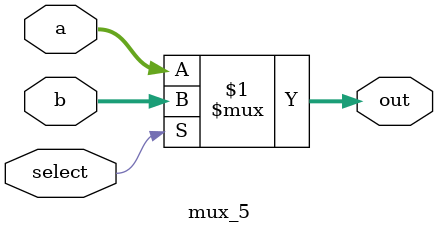
<source format=v>
`timescale 1ns / 1ps


module mux_5(
    input wire [4:0] a,
    input wire [4:0] b,
    input wire select,
    output wire [4:0] out
    );
    assign out = select? b : a;
endmodule

</source>
